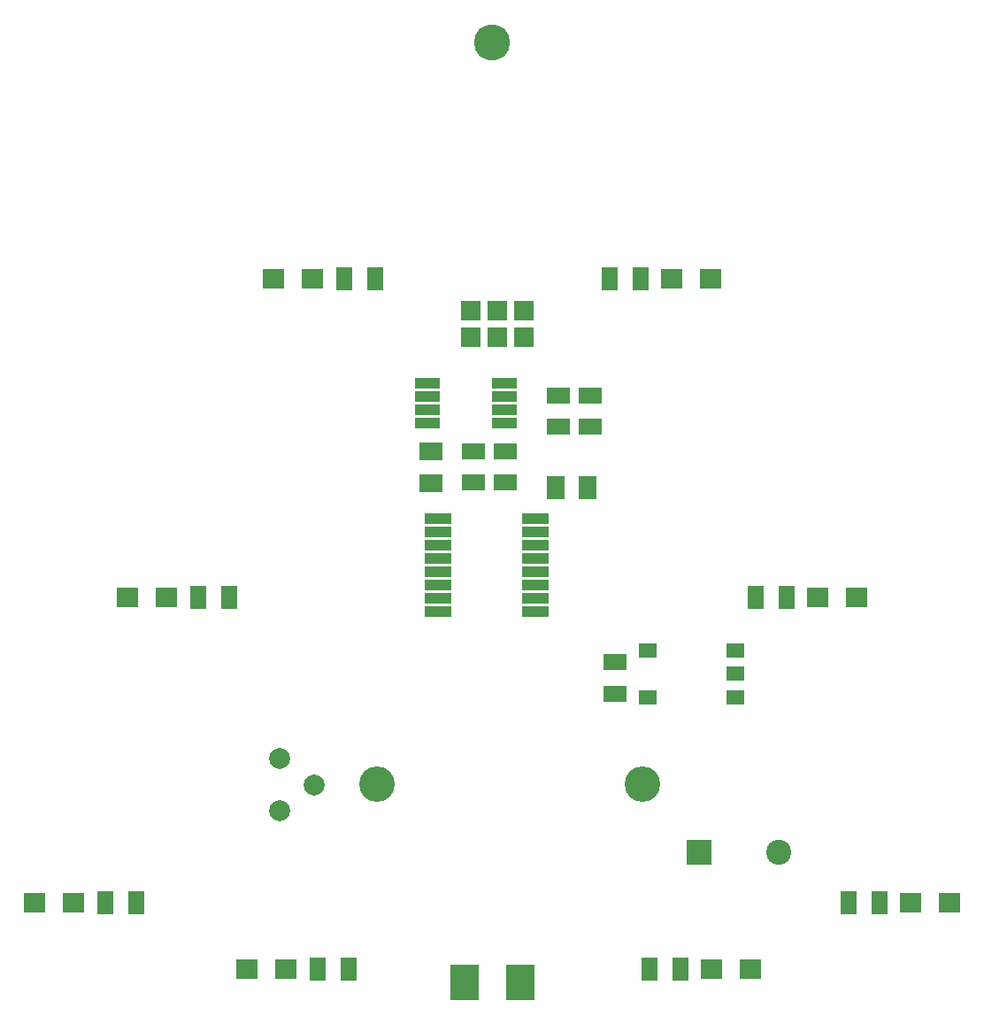
<source format=gts>
G04 #@! TF.FileFunction,Soldermask,Top*
%FSLAX46Y46*%
G04 Gerber Fmt 4.6, Leading zero omitted, Abs format (unit mm)*
G04 Created by KiCad (PCBNEW 4.0.5) date 04/19/17 16:41:43*
%MOMM*%
%LPD*%
G01*
G04 APERTURE LIST*
%ADD10C,0.100000*%
%ADD11C,3.400000*%
%ADD12C,3.448000*%
%ADD13C,2.000000*%
%ADD14R,1.700000X1.400000*%
%ADD15R,2.400000X2.400000*%
%ADD16C,2.400000*%
%ADD17R,2.220000X1.550000*%
%ADD18R,2.520000X1.070000*%
%ADD19R,1.550000X2.220000*%
%ADD20R,2.700000X3.350000*%
%ADD21R,1.920000X1.920000*%
%ADD22R,2.420000X1.040000*%
%ADD23R,2.150000X1.900000*%
%ADD24R,2.320000X1.660000*%
%ADD25R,1.660000X2.320000*%
G04 APERTURE END LIST*
D10*
D11*
X165481000Y-125857000D03*
X140081000Y-125857000D03*
D12*
X151130000Y-54864000D03*
D13*
X130750000Y-123400000D03*
X130750000Y-128400000D03*
X134050000Y-125900000D03*
D14*
X174400000Y-117550000D03*
X166000000Y-117550000D03*
X174400000Y-113050000D03*
X166000000Y-113050000D03*
X174400000Y-115300000D03*
D15*
X170900000Y-132400000D03*
D16*
X178500000Y-132400000D03*
D17*
X162900000Y-114190000D03*
X162900000Y-117210000D03*
D18*
X145952000Y-100457000D03*
X145952000Y-101727000D03*
X145952000Y-102997000D03*
X145952000Y-104267000D03*
X145952000Y-105537000D03*
X145952000Y-106807000D03*
X145952000Y-108077000D03*
X145952000Y-109347000D03*
X155292000Y-109347000D03*
X155292000Y-108077000D03*
X155292000Y-106807000D03*
X155292000Y-105537000D03*
X155292000Y-104267000D03*
X155292000Y-102997000D03*
X155292000Y-101727000D03*
X155292000Y-100457000D03*
D17*
X160528000Y-88660000D03*
X160528000Y-91680000D03*
X157480000Y-88660000D03*
X157480000Y-91680000D03*
X152400000Y-97014000D03*
X152400000Y-93994000D03*
X149352000Y-97014000D03*
X149352000Y-93994000D03*
D19*
X162320000Y-77470000D03*
X165340000Y-77470000D03*
X176290000Y-107950000D03*
X179310000Y-107950000D03*
X185180000Y-137160000D03*
X188200000Y-137160000D03*
X166130000Y-143510000D03*
X169150000Y-143510000D03*
X137400000Y-143510000D03*
X134380000Y-143510000D03*
X117080000Y-137160000D03*
X114060000Y-137160000D03*
X125970000Y-107950000D03*
X122950000Y-107950000D03*
X139940000Y-77470000D03*
X136920000Y-77470000D03*
D20*
X148480000Y-144780000D03*
X153780000Y-144780000D03*
D21*
X154178000Y-83058000D03*
X154178000Y-80518000D03*
X151638000Y-83058000D03*
X151638000Y-80518000D03*
X149098000Y-83058000D03*
X149098000Y-80518000D03*
D22*
X144920000Y-87495000D03*
X144920000Y-88765000D03*
X144920000Y-90035000D03*
X144920000Y-91305000D03*
X152280000Y-91305000D03*
X152280000Y-90035000D03*
X152280000Y-88765000D03*
X152280000Y-87495000D03*
D23*
X168305000Y-77470000D03*
X172055000Y-77470000D03*
X182275000Y-107950000D03*
X186025000Y-107950000D03*
X191165000Y-137160000D03*
X194915000Y-137160000D03*
X172115000Y-143510000D03*
X175865000Y-143510000D03*
X131415000Y-143510000D03*
X127665000Y-143510000D03*
X111095000Y-137160000D03*
X107345000Y-137160000D03*
X119985000Y-107950000D03*
X116235000Y-107950000D03*
X133955000Y-77470000D03*
X130205000Y-77470000D03*
D24*
X145288000Y-93979000D03*
X145288000Y-97029000D03*
D25*
X157174200Y-97510600D03*
X160224200Y-97510600D03*
M02*

</source>
